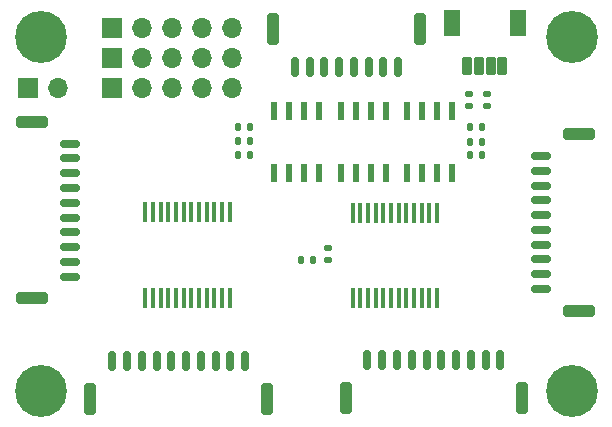
<source format=gbr>
%TF.GenerationSoftware,KiCad,Pcbnew,(6.0.0-0)*%
%TF.CreationDate,2022-04-22T00:51:05+02:00*%
%TF.ProjectId,ProtoBoard,50726f74-6f42-46f6-9172-642e6b696361,rev?*%
%TF.SameCoordinates,Original*%
%TF.FileFunction,Soldermask,Top*%
%TF.FilePolarity,Negative*%
%FSLAX46Y46*%
G04 Gerber Fmt 4.6, Leading zero omitted, Abs format (unit mm)*
G04 Created by KiCad (PCBNEW (6.0.0-0)) date 2022-04-22 00:51:05*
%MOMM*%
%LPD*%
G01*
G04 APERTURE LIST*
G04 Aperture macros list*
%AMRoundRect*
0 Rectangle with rounded corners*
0 $1 Rounding radius*
0 $2 $3 $4 $5 $6 $7 $8 $9 X,Y pos of 4 corners*
0 Add a 4 corners polygon primitive as box body*
4,1,4,$2,$3,$4,$5,$6,$7,$8,$9,$2,$3,0*
0 Add four circle primitives for the rounded corners*
1,1,$1+$1,$2,$3*
1,1,$1+$1,$4,$5*
1,1,$1+$1,$6,$7*
1,1,$1+$1,$8,$9*
0 Add four rect primitives between the rounded corners*
20,1,$1+$1,$2,$3,$4,$5,0*
20,1,$1+$1,$4,$5,$6,$7,0*
20,1,$1+$1,$6,$7,$8,$9,0*
20,1,$1+$1,$8,$9,$2,$3,0*%
G04 Aperture macros list end*
%ADD10RoundRect,0.150000X-0.150000X-0.700000X0.150000X-0.700000X0.150000X0.700000X-0.150000X0.700000X0*%
%ADD11RoundRect,0.250000X-0.250000X-1.100000X0.250000X-1.100000X0.250000X1.100000X-0.250000X1.100000X0*%
%ADD12R,1.700000X1.700000*%
%ADD13O,1.700000X1.700000*%
%ADD14RoundRect,0.070692X-0.223858X0.719308X-0.223858X-0.719308X0.223858X-0.719308X0.223858X0.719308X0*%
%ADD15RoundRect,0.135000X-0.135000X-0.185000X0.135000X-0.185000X0.135000X0.185000X-0.135000X0.185000X0*%
%ADD16RoundRect,0.150000X-0.700000X0.150000X-0.700000X-0.150000X0.700000X-0.150000X0.700000X0.150000X0*%
%ADD17RoundRect,0.250000X-1.100000X0.250000X-1.100000X-0.250000X1.100000X-0.250000X1.100000X0.250000X0*%
%ADD18RoundRect,0.135000X0.135000X0.185000X-0.135000X0.185000X-0.135000X-0.185000X0.135000X-0.185000X0*%
%ADD19RoundRect,0.135000X-0.185000X0.135000X-0.185000X-0.135000X0.185000X-0.135000X0.185000X0.135000X0*%
%ADD20R,0.450000X1.750000*%
%ADD21C,4.400000*%
%ADD22RoundRect,0.150000X0.150000X0.700000X-0.150000X0.700000X-0.150000X-0.700000X0.150000X-0.700000X0*%
%ADD23RoundRect,0.250000X0.250000X1.100000X-0.250000X1.100000X-0.250000X-1.100000X0.250000X-1.100000X0*%
%ADD24RoundRect,0.150000X0.700000X-0.150000X0.700000X0.150000X-0.700000X0.150000X-0.700000X-0.150000X0*%
%ADD25RoundRect,0.250000X1.100000X-0.250000X1.100000X0.250000X-1.100000X0.250000X-1.100000X-0.250000X0*%
%ADD26RoundRect,0.135000X0.185000X-0.135000X0.185000X0.135000X-0.185000X0.135000X-0.185000X-0.135000X0*%
%ADD27RoundRect,0.101600X0.299720X0.674370X-0.299720X0.674370X-0.299720X-0.674370X0.299720X-0.674370X0*%
%ADD28RoundRect,0.101600X0.599440X0.999490X-0.599440X0.999490X-0.599440X-0.999490X0.599440X-0.999490X0*%
G04 APERTURE END LIST*
D10*
%TO.C,J7*%
X66075000Y-89950000D03*
X67325000Y-89950000D03*
X68575000Y-89950000D03*
X69825000Y-89950000D03*
X71075000Y-89950000D03*
X72325000Y-89950000D03*
X73575000Y-89950000D03*
X74825000Y-89950000D03*
X76075000Y-89950000D03*
X77325000Y-89950000D03*
D11*
X64225000Y-93150000D03*
X79175000Y-93150000D03*
%TD*%
D12*
%TO.C,J8*%
X66075000Y-66880000D03*
D13*
X68615000Y-66880000D03*
X71155000Y-66880000D03*
X73695000Y-66880000D03*
X76235000Y-66880000D03*
%TD*%
D14*
%TO.C,IC3*%
X94805000Y-68775400D03*
X93535000Y-68775400D03*
X92265000Y-68775400D03*
X90995000Y-68775400D03*
X90995000Y-74024600D03*
X92265000Y-74024600D03*
X93535000Y-74024600D03*
X94805000Y-74024600D03*
%TD*%
D15*
%TO.C,R5*%
X96390000Y-72550000D03*
X97410000Y-72550000D03*
%TD*%
D16*
%TO.C,J9*%
X62500000Y-71575000D03*
X62500000Y-72825000D03*
X62500000Y-74075000D03*
X62500000Y-75325000D03*
X62500000Y-76575000D03*
X62500000Y-77825000D03*
X62500000Y-79075000D03*
X62500000Y-80325000D03*
X62500000Y-81575000D03*
X62500000Y-82825000D03*
D17*
X59300000Y-69725000D03*
X59300000Y-84675000D03*
%TD*%
D14*
%TO.C,IC2*%
X89205000Y-68825400D03*
X87935000Y-68825400D03*
X86665000Y-68825400D03*
X85395000Y-68825400D03*
X85395000Y-74074600D03*
X86665000Y-74074600D03*
X87935000Y-74074600D03*
X89205000Y-74074600D03*
%TD*%
D15*
%TO.C,R15*%
X96390000Y-71400000D03*
X97410000Y-71400000D03*
%TD*%
D18*
%TO.C,R4*%
X77760000Y-70200000D03*
X76740000Y-70200000D03*
%TD*%
D10*
%TO.C,J4*%
X87675000Y-89900000D03*
X88925000Y-89900000D03*
X90175000Y-89900000D03*
X91425000Y-89900000D03*
X92675000Y-89900000D03*
X93925000Y-89900000D03*
X95175000Y-89900000D03*
X96425000Y-89900000D03*
X97675000Y-89900000D03*
X98925000Y-89900000D03*
D11*
X85825000Y-93100000D03*
X100775000Y-93100000D03*
%TD*%
D19*
%TO.C,R6*%
X97800000Y-67400000D03*
X97800000Y-68420000D03*
%TD*%
D12*
%TO.C,J1*%
X58975000Y-66900000D03*
D13*
X61515000Y-66900000D03*
%TD*%
D20*
%TO.C,U4*%
X86425000Y-84650000D03*
X87075000Y-84650000D03*
X87725000Y-84650000D03*
X88375000Y-84650000D03*
X89025000Y-84650000D03*
X89675000Y-84650000D03*
X90325000Y-84650000D03*
X90975000Y-84650000D03*
X91625000Y-84650000D03*
X92275000Y-84650000D03*
X92925000Y-84650000D03*
X93575000Y-84650000D03*
X93575000Y-77450000D03*
X92925000Y-77450000D03*
X92275000Y-77450000D03*
X91625000Y-77450000D03*
X90975000Y-77450000D03*
X90325000Y-77450000D03*
X89675000Y-77450000D03*
X89025000Y-77450000D03*
X88375000Y-77450000D03*
X87725000Y-77450000D03*
X87075000Y-77450000D03*
X86425000Y-77450000D03*
%TD*%
D15*
%TO.C,R3*%
X96390000Y-70200000D03*
X97410000Y-70200000D03*
%TD*%
D21*
%TO.C,H1*%
X60000000Y-62550000D03*
%TD*%
D12*
%TO.C,J6*%
X66075000Y-64340000D03*
D13*
X68615000Y-64340000D03*
X71155000Y-64340000D03*
X73695000Y-64340000D03*
X76235000Y-64340000D03*
%TD*%
D12*
%TO.C,J5*%
X66075000Y-61800000D03*
D13*
X68615000Y-61800000D03*
X71155000Y-61800000D03*
X73695000Y-61800000D03*
X76235000Y-61800000D03*
%TD*%
D18*
%TO.C,R2*%
X77760000Y-72500000D03*
X76740000Y-72500000D03*
%TD*%
D19*
%TO.C,R7*%
X96250000Y-67390000D03*
X96250000Y-68410000D03*
%TD*%
D21*
%TO.C,H4*%
X60000000Y-92500000D03*
%TD*%
D22*
%TO.C,J2*%
X90275000Y-65050000D03*
X89025000Y-65050000D03*
X87775000Y-65050000D03*
X86525000Y-65050000D03*
X85275000Y-65050000D03*
X84025000Y-65050000D03*
X82775000Y-65050000D03*
X81525000Y-65050000D03*
D23*
X92125000Y-61850000D03*
X79675000Y-61850000D03*
%TD*%
D24*
%TO.C,J11*%
X102400000Y-83875000D03*
X102400000Y-82625000D03*
X102400000Y-81375000D03*
X102400000Y-80125000D03*
X102400000Y-78875000D03*
X102400000Y-77625000D03*
X102400000Y-76375000D03*
X102400000Y-75125000D03*
X102400000Y-73875000D03*
X102400000Y-72625000D03*
D25*
X105600000Y-70775000D03*
X105600000Y-85725000D03*
%TD*%
D26*
%TO.C,R14*%
X84350000Y-81460000D03*
X84350000Y-80440000D03*
%TD*%
D14*
%TO.C,IC1*%
X83595000Y-68825400D03*
X82325000Y-68825400D03*
X81055000Y-68825400D03*
X79785000Y-68825400D03*
X79785000Y-74074600D03*
X81055000Y-74074600D03*
X82325000Y-74074600D03*
X83595000Y-74074600D03*
%TD*%
D18*
%TO.C,R1*%
X77760000Y-71350000D03*
X76740000Y-71350000D03*
%TD*%
D20*
%TO.C,U2*%
X76025000Y-77400000D03*
X75375000Y-77400000D03*
X74725000Y-77400000D03*
X74075000Y-77400000D03*
X73425000Y-77400000D03*
X72775000Y-77400000D03*
X72125000Y-77400000D03*
X71475000Y-77400000D03*
X70825000Y-77400000D03*
X70175000Y-77400000D03*
X69525000Y-77400000D03*
X68875000Y-77400000D03*
X68875000Y-84600000D03*
X69525000Y-84600000D03*
X70175000Y-84600000D03*
X70825000Y-84600000D03*
X71475000Y-84600000D03*
X72125000Y-84600000D03*
X72775000Y-84600000D03*
X73425000Y-84600000D03*
X74075000Y-84600000D03*
X74725000Y-84600000D03*
X75375000Y-84600000D03*
X76025000Y-84600000D03*
%TD*%
D18*
%TO.C,R13*%
X83060000Y-81450000D03*
X82040000Y-81450000D03*
%TD*%
D21*
%TO.C,H3*%
X105000000Y-62550000D03*
%TD*%
D27*
%TO.C,J3*%
X99098600Y-65026300D03*
X98097840Y-65026300D03*
X97102160Y-65026300D03*
X96101400Y-65026300D03*
D28*
X94800920Y-61353460D03*
X100399080Y-61353460D03*
%TD*%
D21*
%TO.C,H2*%
X105000000Y-92500000D03*
%TD*%
M02*

</source>
